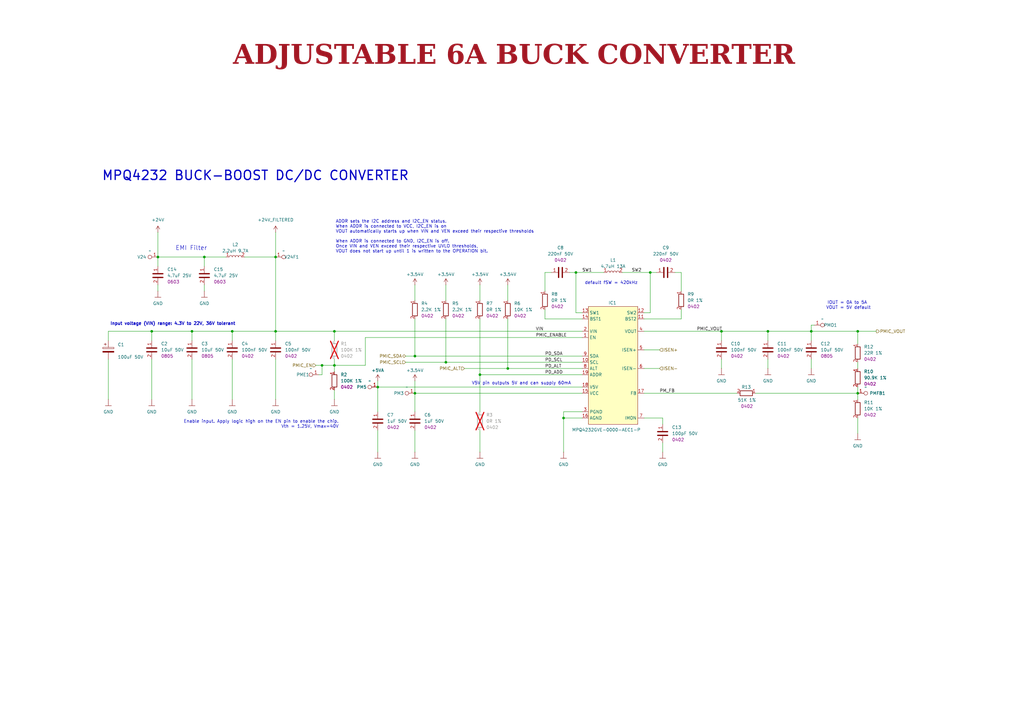
<source format=kicad_sch>
(kicad_sch (version 20250114) (generator "eeschema") (generator_version "9.0")
  (paper "A3")
  (title_block (title "Sheet Title A") (date "2025-01-12") (rev "1.0.0") (company "DvidMakesThings"))
  (lib_symbols
    (symbol "DS_Capacitor_0402:100nF 50V 0402"
      (property "Reference" "C" (at 3.81 2.032 0))
      (property "Value" "100nF 50V" (at 3.81 0 0))
      (property "FOOTPRINT_SHORT" "0402" (at 3.81 -2.032 0))
      (symbol "100nF 50V 0402_0_1"
        (polyline (pts (xy -2.032 0.762) (xy 2.032 0.762)) (stroke (width 0.508)))
        (polyline (pts (xy -2.032 -0.762) (xy 2.032 -0.762)) (stroke (width 0.508)))
      )
      (symbol "100nF 50V 0402_1_1"
        (pin passive line (at 0 3.81 270) (length 2.794) (name "~") (number "1"))
        (pin passive line (at 0 -3.81 90) (length 2.794) (name "~") (number "2"))
      )
    )
    (symbol "DS_Capacitor_0402:100pF 50V 0402"
      (property "Reference" "C" (at 3.81 2.032 0))
      (property "Value" "100pF 50V" (at 3.81 0 0))
      (property "FOOTPRINT_SHORT" "0402" (at 3.81 -2.032 0))
      (symbol "100pF 50V 0402_0_1"
        (polyline (pts (xy -2.032 0.762) (xy 2.032 0.762)) (stroke (width 0.508)))
        (polyline (pts (xy -2.032 -0.762) (xy 2.032 -0.762)) (stroke (width 0.508)))
      )
      (symbol "100pF 50V 0402_1_1"
        (pin passive line (at 0 3.81 270) (length 2.794) (name "~") (number "1"))
        (pin passive line (at 0 -3.81 90) (length 2.794) (name "~") (number "2"))
      )
    )
    (symbol "DS_Capacitor_0402:1uF 50V 0402"
      (property "Reference" "C" (at 3.81 2.032 0))
      (property "Value" "1uF 50V" (at 3.81 0 0))
      (property "FOOTPRINT_SHORT" "0402" (at 3.81 -2.032 0))
      (symbol "1uF 50V 0402_0_1"
        (polyline (pts (xy -2.032 0.762) (xy 2.032 0.762)) (stroke (width 0.508)))
        (polyline (pts (xy -2.032 -0.762) (xy 2.032 -0.762)) (stroke (width 0.508)))
      )
      (symbol "1uF 50V 0402_1_1"
        (pin passive line (at 0 3.81 270) (length 2.794) (name "~") (number "1"))
        (pin passive line (at 0 -3.81 90) (length 2.794) (name "~") (number "2"))
      )
    )
    (symbol "DS_Capacitor_0402:220nF 50V 0402"
      (property "Reference" "C" (at 3.81 2.032 0))
      (property "Value" "220nF 50V" (at 3.81 0 0))
      (property "FOOTPRINT_SHORT" "0402" (at 3.81 -2.032 0))
      (symbol "220nF 50V 0402_0_1"
        (polyline (pts (xy -2.032 0.762) (xy 2.032 0.762)) (stroke (width 0.508)))
        (polyline (pts (xy -2.032 -0.762) (xy 2.032 -0.762)) (stroke (width 0.508)))
      )
      (symbol "220nF 50V 0402_1_1"
        (pin passive line (at 0 3.81 270) (length 2.794) (name "~") (number "1"))
        (pin passive line (at 0 -3.81 90) (length 2.794) (name "~") (number "2"))
      )
    )
    (symbol "DS_Capacitor_0603:4.7uF 25V 0603"
      (property "Reference" "C" (at 3.81 2.032 0))
      (property "Value" "4.7uF 25V" (at 3.81 0 0))
      (property "FOOTPRINT_SHORT" "0603" (at 3.81 -2.032 0))
      (symbol "4.7uF 25V 0603_0_1"
        (polyline (pts (xy -2.032 0.762) (xy 2.032 0.762)) (stroke (width 0.508)))
        (polyline (pts (xy -2.032 -0.762) (xy 2.032 -0.762)) (stroke (width 0.508)))
      )
      (symbol "4.7uF 25V 0603_1_1"
        (pin passive line (at 0 3.81 270) (length 2.794) (name "~") (number "1"))
        (pin passive line (at 0 -3.81 90) (length 2.794) (name "~") (number "2"))
      )
    )
    (symbol "DS_Capacitor_0805:10uF 50V 0805"
      (property "Reference" "C" (at 3.81 2.032 0))
      (property "Value" "10uF 50V" (at 3.81 0 0))
      (property "FOOTPRINT_SHORT" "0805" (at 3.81 -2.032 0))
      (symbol "10uF 50V 0805_0_1"
        (polyline (pts (xy -2.032 0.762) (xy 2.032 0.762)) (stroke (width 0.508)))
        (polyline (pts (xy -2.032 -0.762) (xy 2.032 -0.762)) (stroke (width 0.508)))
      )
      (symbol "10uF 50V 0805_1_1"
        (pin passive line (at 0 3.81 270) (length 2.794) (name "~") (number "1"))
        (pin passive line (at 0 -3.81 90) (length 2.794) (name "~") (number "2"))
      )
    )
    (symbol "DS_Capacitor_ELKO:100uF 50V"
      (property "Reference" "C" (at 3.302 1.524 0))
      (property "Value" "100uF 50V" (at 3.556 -0.508 0))
      (symbol "100uF 50V_0_1"
        (rectangle (start -2.286 0.508) (end 2.286 1.016))
        (polyline (pts (xy -1.778 2.286) (xy -0.762 2.286)))
        (polyline (pts (xy -1.27 2.794) (xy -1.27 1.778)))
        (rectangle (start 2.286 -0.508) (end -2.286 -1.016) (fill (type outline)))
      )
      (symbol "100uF 50V_1_1"
        (pin passive line (at 0 3.81 270) (length 2.794) (name "~") (number "1"))
        (pin passive line (at 0 -3.81 90) (length 2.794) (name "~") (number "2"))
      )
    )
    (symbol "DS_Inductor:2.2uH 9.7A"
      (property "Reference" "L" (at 0 5.334 0))
      (property "Value" "2.2uH 9.7A" (at 0 3.048 0))
      (symbol "2.2uH 9.7A_0_1"
        (arc (start -2.54 0) (mid -1.905 0.6323) (end -1.27 0))
        (arc (start -1.27 0) (mid -0.635 0.6323) (end 0 0))
        (arc (start 0 0) (mid 0.635 0.6323) (end 1.27 0))
        (arc (start 1.27 0) (mid 1.905 0.6323) (end 2.54 0))
      )
      (symbol "2.2uH 9.7A_1_1"
        (pin passive line (at -3.81 0 0) (length 1.27) (name "") (number "1"))
        (pin passive line (at 3.81 0 180) (length 1.27) (name "") (number "2"))
      )
    )
    (symbol "DS_Inductor:4.7uH 13A"
      (property "Reference" "L" (at 0 5.334 0))
      (property "Value" "4.7uH 13A" (at 0 3.048 0))
      (symbol "4.7uH 13A_0_1"
        (arc (start -2.54 0) (mid -1.905 0.6323) (end -1.27 0))
        (arc (start -1.27 0) (mid -0.635 0.6323) (end 0 0))
        (arc (start 0 0) (mid 0.635 0.6323) (end 1.27 0))
        (arc (start 1.27 0) (mid 1.905 0.6323) (end 2.54 0))
      )
      (symbol "4.7uH 13A_1_1"
        (pin passive line (at -3.81 0 0) (length 1.27) (name "") (number "1"))
        (pin passive line (at 3.81 0 180) (length 1.27) (name "") (number "2"))
      )
    )
    (symbol "DS_Resistor_0402:0R 1% 0402"
      (property "Reference" "R" (at 2.032 2.032 0))
      (property "Value" "0R 1%" (at 2.032 0 0))
      (property "FOOTPRINT_SHORT" "0402" (at 2.032 -2.032 0))
      (symbol "0R 1% 0402_0_1"
        (rectangle (start -1.016 2.54) (end 1.016 -2.54) (stroke (width 0.254)))
      )
      (symbol "0R 1% 0402_1_1"
        (pin passive line (at 0 3.81 270) (length 1.27) (name "~") (number "1"))
        (pin passive line (at 0 -3.81 90) (length 1.27) (name "~") (number "2"))
      )
    )
    (symbol "DS_Resistor_0402:100K 1% 0402"
      (property "Reference" "R" (at 2.032 2.032 0))
      (property "Value" "100K 1%" (at 2.032 0 0))
      (property "FOOTPRINT_SHORT" "0402" (at 2.032 -2.032 0))
      (symbol "100K 1% 0402_0_1"
        (rectangle (start -1.016 2.54) (end 1.016 -2.54) (stroke (width 0.254)))
      )
      (symbol "100K 1% 0402_1_1"
        (pin passive line (at 0 3.81 270) (length 1.27) (name "~") (number "1"))
        (pin passive line (at 0 -3.81 90) (length 1.27) (name "~") (number "2"))
      )
    )
    (symbol "DS_Resistor_0402:10K 1% 0402"
      (property "Reference" "R" (at 2.032 2.032 0))
      (property "Value" "10K 1%" (at 2.032 0 0))
      (property "FOOTPRINT_SHORT" "0402" (at 2.032 -2.032 0))
      (symbol "10K 1% 0402_0_1"
        (rectangle (start -1.016 2.54) (end 1.016 -2.54) (stroke (width 0.254)))
      )
      (symbol "10K 1% 0402_1_1"
        (pin passive line (at 0 3.81 270) (length 1.27) (name "~") (number "1"))
        (pin passive line (at 0 -3.81 90) (length 1.27) (name "~") (number "2"))
      )
    )
    (symbol "DS_Resistor_0402:2.2K 1% 0402"
      (property "Reference" "R" (at 2.032 2.032 0))
      (property "Value" "2.2K 1%" (at 2.032 0 0))
      (property "FOOTPRINT_SHORT" "0402" (at 2.032 -2.032 0))
      (symbol "2.2K 1% 0402_0_1"
        (rectangle (start -1.016 2.54) (end 1.016 -2.54) (stroke (width 0.254)))
      )
      (symbol "2.2K 1% 0402_1_1"
        (pin passive line (at 0 3.81 270) (length 1.27) (name "~") (number "1"))
        (pin passive line (at 0 -3.81 90) (length 1.27) (name "~") (number "2"))
      )
    )
    (symbol "DS_Resistor_0402:22R 1% 0402"
      (property "Reference" "R" (at 2.032 2.032 0))
      (property "Value" "22R 1%" (at 2.032 0 0))
      (property "FOOTPRINT_SHORT" "0402" (at 2.032 -2.032 0))
      (symbol "22R 1% 0402_0_1"
        (rectangle (start -1.016 2.54) (end 1.016 -2.54) (stroke (width 0.254)))
      )
      (symbol "22R 1% 0402_1_1"
        (pin passive line (at 0 3.81 270) (length 1.27) (name "~") (number "1"))
        (pin passive line (at 0 -3.81 90) (length 1.27) (name "~") (number "2"))
      )
    )
    (symbol "DS_Resistor_0402:51K_1%"
      (property "Reference" "R" (at 2.032 2.032 0))
      (property "Value" "51K 1%" (at 2.032 0 0))
      (property "FOOTPRINT_SHORT" "0402" (at 2.032 -2.032 0))
      (symbol "51K_1%_0_1"
        (rectangle (start -1.016 2.54) (end 1.016 -2.54) (stroke (width 0.254)))
      )
      (symbol "51K_1%_1_1"
        (pin passive line (at 0 3.81 270) (length 1.27) (name "~") (number "1"))
        (pin passive line (at 0 -3.81 90) (length 1.27) (name "~") (number "2"))
      )
    )
    (symbol "DS_Resistor_0402:90.9K 1% 0402"
      (property "Reference" "R" (at 2.032 2.032 0))
      (property "Value" "90.9K 1%" (at 2.032 0 0))
      (property "FOOTPRINT_SHORT" "0402" (at 2.032 -2.032 0))
      (symbol "90.9K 1% 0402_0_1"
        (rectangle (start -1.016 2.54) (end 1.016 -2.54) (stroke (width 0.254)))
      )
      (symbol "90.9K 1% 0402_1_1"
        (pin passive line (at 0 3.81 270) (length 1.27) (name "~") (number "1"))
        (pin passive line (at 0 -3.81 90) (length 1.27) (name "~") (number "2"))
      )
    )
    (symbol "DS_Supply:GND" (power) (pin_numbers (hide yes)) (pin_names (offset 0) (hide yes))
      (property "Value" "GND" (at 0 -3.81 0))
      (symbol "GND_0_1"
        (polyline (pts (xy 0 0) (xy 0 -2.54) (xy 1.27 -2.54) (xy 0 -2.54) (xy -1.27 -2.54) (xy 0 -2.54)))
      )
      (symbol "GND_1_1"
        (pin power_in line (at 0 0 270) (length 0) (name "~") (number "1"))
      )
    )
    (symbol "DS_Test:Test_Point"
      (property "Reference" "TP" (at 0 4.064 0))
      (symbol "Test_Point_0_1"
        (circle (center 0 2.032) (radius 0.762))
      )
      (symbol "Test_Point_1_1"
        (pin passive line (at 0 -1.27 90) (length 2.54) (name "") (number "1"))
      )
    )
    (symbol "DS_Vreg:MPQ4232GVE-0000-AEC1-P"
      (property "Reference" "IC" (at -6.858 26.67 0))
      (property "Value" "MPQ4232GVE-0000-AEC1-P" (at -9.398 -24.892 0))
      (symbol "MPQ4232GVE-0000-AEC1-P_0_1"
        (rectangle (start -10.16 25.4) (end 10.16 -22.86) (fill (type background)))
      )
      (symbol "MPQ4232GVE-0000-AEC1-P_1_0"
        (pin input line (at -12.7 22.86 0) (length 2.54) (name "SW1") (number "13"))
        (pin input line (at -12.7 20.32 0) (length 2.54) (name "BST1") (number "14"))
        (pin power_in line (at -12.7 15.24 0) (length 2.54) (name "VIN") (number "2"))
        (pin input line (at -12.7 12.7 0) (length 2.54) (name "EN") (number "1"))
        (pin output line (at -12.7 5.08 0) (length 2.54) (name "SDA") (number "9"))
        (pin output line (at -12.7 2.54 0) (length 2.54) (name "SCL") (number "10"))
        (pin output line (at -12.7 0 0) (length 2.54) (name "ALT") (number "8"))
        (pin input line (at -12.7 -2.54 0) (length 2.54) (name "ADDR") (number "19"))
        (pin output line (at -12.7 -7.62 0) (length 2.54) (name "V5V") (number "18"))
        (pin output line (at -12.7 -10.16 0) (length 2.54) (name "VCC") (number "15"))
        (pin power_in line (at -12.7 -17.78 0) (length 2.54) (name "PGND") (number "3"))
        (pin power_in line (at -12.7 -20.32 0) (length 2.54) (name "AGND") (number "16"))
        (pin input line (at 12.7 22.86 180) (length 2.54) (name "SW2") (number "12"))
        (pin output line (at 12.7 20.32 180) (length 2.54) (name "BST2") (number "11"))
        (pin power_out line (at 12.7 15.24 180) (length 2.54) (name "VOUT") (number "4"))
        (pin input line (at 12.7 7.62 180) (length 2.54) (name "ISEN+") (number "5"))
        (pin input line (at 12.7 0 180) (length 2.54) (name "ISEN-") (number "6"))
        (pin input line (at 12.7 -10.16 180) (length 2.54) (name "FB") (number "17"))
        (pin input line (at 12.7 -20.32 180) (length 2.54) (name "IMON") (number "7"))
      )
    )
    (symbol "power:+24V" (power) (pin_numbers (hide yes)) (pin_names (offset 0) (hide yes))
      (property "Value" "+24V" (at 0 3.556 0))
      (symbol "+24V_0_1"
        (polyline (pts (xy -0.762 1.27) (xy 0 2.54)))
        (polyline (pts (xy 0 2.54) (xy 0.762 1.27)))
        (polyline (pts (xy 0 0) (xy 0 2.54)))
      )
      (symbol "+24V_1_1"
        (pin power_in line (at 0 0 90) (length 0) (name "~") (number "1"))
      )
    )
    (symbol "power:+3.3V" (power) (pin_numbers (hide yes)) (pin_names (offset 0) (hide yes))
      (property "Value" "+3.3V" (at 0 3.556 0))
      (symbol "+3.3V_0_1"
        (polyline (pts (xy -0.762 1.27) (xy 0 2.54)))
        (polyline (pts (xy 0 2.54) (xy 0.762 1.27)))
        (polyline (pts (xy 0 0) (xy 0 2.54)))
      )
      (symbol "+3.3V_1_1"
        (pin power_in line (at 0 0 90) (length 0) (name "~") (number "1"))
      )
    )
    (symbol "power:+5VA" (power) (pin_numbers (hide yes)) (pin_names (offset 0) (hide yes))
      (property "Value" "+5VA" (at 0 3.556 0))
      (symbol "+5VA_0_1"
        (polyline (pts (xy -0.762 1.27) (xy 0 2.54)))
        (polyline (pts (xy 0 2.54) (xy 0.762 1.27)))
        (polyline (pts (xy 0 0) (xy 0 2.54)))
      )
      (symbol "+5VA_1_1"
        (pin power_in line (at 0 0 90) (length 0) (name "~") (number "1"))
      )
    )
  )
  (text "V5V pin outputs 5V and can supply 60mA" (at 213.868 157.226 0) (effects (font (size 1.27 1.27) (thickness 0.1588))))
  (text "When ADDR is connected to GND, I2C_EN is off.\nOnce VIN and VEN exceed their respective UVLO thresholds, \nVOUT does not start up until 1 is written to the OPERATION bit.\n" (at 137.668 101.092 0) (effects (font (size 1.27 1.27) (thickness 0.1588)) (justify left)))
  (text "default fSW = 420kHz" (at 250.698 116.078 0) (effects (font (size 1.27 1.27) (thickness 0.1588))))
  (text "IOUT = 0A to 5A \nVOUT = 5V default" (at 347.98 125.222 0) (effects (font (size 1.27 1.27) (thickness 0.1588))))
  (text "EMI Filter" (at 78.486 101.854 0) (effects (font (size 1.778 1.778))))
  (text "ADDR sets the I2C address and I2C_EN status. \nWhen ADDR is connected to VCC, I2C_EN is on\nVOUT automatically starts up when VIN and VEN exceed their respective thresholds" (at 137.668 92.964 0) (effects (font (size 1.27 1.27) (thickness 0.1588)) (justify left)))
  (text "MPQ4232 BUCK-BOOST DC/DC CONVERTER" (at 41.656 72.136 0) (effects (font (size 3.81 3.81) (thickness 0.508) (bold yes)) (justify left)))
  (text "Input voltage (VIN) range: 4.3V to 22V, 36V tolerant " (at 71.374 132.842 0) (effects (font (size 1.27 1.27) (thickness 0.254) (bold yes))))
  (text "Enable input. Apply logic high on the EN pin to enable the chip.\nVth = 1.25V, Vmax=40V" (at 138.938 173.99 0) (effects (font (size 1.27 1.27)) (justify right)))
  (text_box "ADJUSTABLE 6A BUCK CONVERTER" (at 13.97 16.51 0) (size 393.7 12.7) (margins 4.4999 4.4999 4.4999 4.4999) (stroke (width -0.0001)) (effects (font (size 7.9756 7.9756) (thickness 1.2) (bold yes))))
  (junction (at 182.88 148.59))
  (junction (at 231.14 171.45))
  (junction (at 78.74 135.89))
  (junction (at 208.28 151.13))
  (junction (at 95.25 135.89))
  (junction (at 351.79 135.89))
  (junction (at 266.7 111.76))
  (junction (at 62.23 135.89))
  (junction (at 83.82 105.41))
  (junction (at 295.91 135.89))
  (junction (at 170.18 146.05))
  (junction (at 236.22 111.76))
  (junction (at 332.74 135.89))
  (junction (at 351.79 161.29))
  (junction (at 113.03 135.89))
  (junction (at 137.16 149.86))
  (junction (at 132.08 149.86))
  (junction (at 64.77 105.41))
  (junction (at 113.03 105.41))
  (junction (at 137.16 135.89))
  (junction (at 154.94 158.75))
  (junction (at 170.18 161.29))
  (junction (at 314.96 135.89))
  (junction (at 196.85 153.67))
  (wire (pts (xy 264.16 128.27) (xy 266.7 128.27)))
  (wire (pts (xy 266.7 128.27) (xy 266.7 111.76)))
  (wire (pts (xy 236.22 111.76) (xy 247.65 111.76)))
  (wire (pts (xy 196.85 153.67) (xy 196.85 168.91)))
  (wire (pts (xy 130.81 153.67) (xy 132.08 153.67)))
  (wire (pts (xy 264.16 161.29) (xy 302.26 161.29)))
  (wire (pts (xy 231.14 171.45) (xy 238.76 171.45)))
  (wire (pts (xy 78.74 163.83) (xy 78.74 147.32)))
  (wire (pts (xy 276.86 111.76) (xy 279.4 111.76)))
  (wire (pts (xy 271.78 171.45) (xy 271.78 173.99)))
  (wire (pts (xy 238.76 153.67) (xy 196.85 153.67)))
  (wire (pts (xy 154.94 158.75) (xy 238.76 158.75)))
  (wire (pts (xy 83.82 105.41) (xy 92.71 105.41)))
  (wire (pts (xy 295.91 135.89) (xy 295.91 139.7)))
  (wire (pts (xy 78.74 135.89) (xy 78.74 139.7)))
  (wire (pts (xy 351.79 135.89) (xy 351.79 140.97)))
  (wire (pts (xy 208.28 130.81) (xy 208.28 151.13)))
  (wire (pts (xy 196.85 185.42) (xy 196.85 176.53)))
  (wire (pts (xy 264.16 171.45) (xy 271.78 171.45)))
  (wire (pts (xy 170.18 161.29) (xy 170.18 168.91)))
  (wire (pts (xy 154.94 185.42) (xy 154.94 176.53)))
  (wire (pts (xy 334.01 133.35) (xy 332.74 133.35)))
  (wire (pts (xy 351.79 135.89) (xy 332.74 135.89)))
  (wire (pts (xy 170.18 161.29) (xy 238.76 161.29)))
  (wire (pts (xy 83.82 109.22) (xy 83.82 105.41)))
  (wire (pts (xy 238.76 138.43) (xy 149.86 138.43)))
  (wire (pts (xy 95.25 135.89) (xy 95.25 139.7)))
  (wire (pts (xy 132.08 149.86) (xy 137.16 149.86)))
  (wire (pts (xy 238.76 168.91) (xy 231.14 168.91)))
  (wire (pts (xy 100.33 105.41) (xy 113.03 105.41)))
  (wire (pts (xy 231.14 171.45) (xy 231.14 185.42)))
  (wire (pts (xy 64.77 105.41) (xy 64.77 109.22)))
  (wire (pts (xy 359.41 135.89) (xy 351.79 135.89)))
  (wire (pts (xy 113.03 105.41) (xy 113.03 135.89)))
  (wire (pts (xy 170.18 130.81) (xy 170.18 146.05)))
  (wire (pts (xy 264.16 130.81) (xy 279.4 130.81)))
  (wire (pts (xy 170.18 116.84) (xy 170.18 123.19)))
  (wire (pts (xy 236.22 111.76) (xy 233.68 111.76)))
  (wire (pts (xy 44.45 135.89) (xy 44.45 139.7)))
  (wire (pts (xy 95.25 135.89) (xy 78.74 135.89)))
  (wire (pts (xy 64.77 119.38) (xy 64.77 116.84)))
  (wire (pts (xy 166.37 146.05) (xy 170.18 146.05)))
  (wire (pts (xy 314.96 139.7) (xy 314.96 135.89)))
  (wire (pts (xy 196.85 116.84) (xy 196.85 123.19)))
  (wire (pts (xy 231.14 168.91) (xy 231.14 171.45)))
  (wire (pts (xy 226.06 111.76) (xy 223.52 111.76)))
  (wire (pts (xy 309.88 161.29) (xy 351.79 161.29)))
  (wire (pts (xy 351.79 151.13) (xy 351.79 148.59)))
  (wire (pts (xy 238.76 128.27) (xy 236.22 128.27)))
  (wire (pts (xy 208.28 151.13) (xy 238.76 151.13)))
  (wire (pts (xy 351.79 158.75) (xy 351.79 161.29)))
  (wire (pts (xy 295.91 151.13) (xy 295.91 147.32)))
  (wire (pts (xy 332.74 151.13) (xy 332.74 147.32)))
  (wire (pts (xy 78.74 135.89) (xy 62.23 135.89)))
  (wire (pts (xy 137.16 152.4) (xy 137.16 149.86)))
  (wire (pts (xy 182.88 148.59) (xy 238.76 148.59)))
  (wire (pts (xy 264.16 135.89) (xy 295.91 135.89)))
  (wire (pts (xy 182.88 130.81) (xy 182.88 148.59)))
  (wire (pts (xy 266.7 111.76) (xy 269.24 111.76)))
  (wire (pts (xy 149.86 138.43) (xy 149.86 149.86)))
  (wire (pts (xy 83.82 105.41) (xy 64.77 105.41)))
  (wire (pts (xy 113.03 135.89) (xy 95.25 135.89)))
  (wire (pts (xy 170.18 146.05) (xy 238.76 146.05)))
  (wire (pts (xy 62.23 163.83) (xy 62.23 147.32)))
  (wire (pts (xy 190.5 151.13) (xy 208.28 151.13)))
  (wire (pts (xy 238.76 135.89) (xy 137.16 135.89)))
  (wire (pts (xy 182.88 116.84) (xy 182.88 123.19)))
  (wire (pts (xy 279.4 111.76) (xy 279.4 119.38)))
  (wire (pts (xy 132.08 153.67) (xy 132.08 149.86)))
  (wire (pts (xy 137.16 163.83) (xy 137.16 160.02)))
  (wire (pts (xy 332.74 139.7) (xy 332.74 135.89)))
  (wire (pts (xy 95.25 163.83) (xy 95.25 147.32)))
  (wire (pts (xy 208.28 116.84) (xy 208.28 123.19)))
  (wire (pts (xy 170.18 156.21) (xy 170.18 161.29)))
  (wire (pts (xy 129.54 149.86) (xy 132.08 149.86)))
  (wire (pts (xy 44.45 163.83) (xy 44.45 147.32)))
  (wire (pts (xy 314.96 151.13) (xy 314.96 147.32)))
  (wire (pts (xy 264.16 143.51) (xy 270.51 143.51)))
  (wire (pts (xy 223.52 130.81) (xy 223.52 127)))
  (wire (pts (xy 113.03 95.25) (xy 113.03 105.41)))
  (wire (pts (xy 332.74 135.89) (xy 314.96 135.89)))
  (wire (pts (xy 255.27 111.76) (xy 266.7 111.76)))
  (wire (pts (xy 149.86 149.86) (xy 137.16 149.86)))
  (wire (pts (xy 196.85 130.81) (xy 196.85 153.67)))
  (wire (pts (xy 170.18 185.42) (xy 170.18 176.53)))
  (wire (pts (xy 113.03 135.89) (xy 137.16 135.89)))
  (wire (pts (xy 236.22 128.27) (xy 236.22 111.76)))
  (wire (pts (xy 223.52 111.76) (xy 223.52 119.38)))
  (wire (pts (xy 351.79 177.8) (xy 351.79 171.45)))
  (wire (pts (xy 351.79 161.29) (xy 351.79 163.83)))
  (wire (pts (xy 62.23 135.89) (xy 44.45 135.89)))
  (wire (pts (xy 64.77 95.25) (xy 64.77 105.41)))
  (wire (pts (xy 113.03 135.89) (xy 113.03 139.7)))
  (wire (pts (xy 238.76 130.81) (xy 223.52 130.81)))
  (wire (pts (xy 279.4 130.81) (xy 279.4 127)))
  (wire (pts (xy 62.23 135.89) (xy 62.23 139.7)))
  (wire (pts (xy 154.94 158.75) (xy 154.94 168.91)))
  (wire (pts (xy 137.16 135.89) (xy 137.16 139.7)))
  (wire (pts (xy 271.78 185.42) (xy 271.78 181.61)))
  (wire (pts (xy 264.16 151.13) (xy 270.51 151.13)))
  (wire (pts (xy 166.37 148.59) (xy 182.88 148.59)))
  (wire (pts (xy 314.96 135.89) (xy 295.91 135.89)))
  (wire (pts (xy 137.16 149.86) (xy 137.16 147.32)))
  (wire (pts (xy 154.94 156.21) (xy 154.94 158.75)))
  (wire (pts (xy 83.82 119.38) (xy 83.82 116.84)))
  (wire (pts (xy 113.03 163.83) (xy 113.03 147.32)))
  (wire (pts (xy 332.74 133.35) (xy 332.74 135.89)))
  (label "PD_SDA" (at 223.52 146.05 0))
  (label "PD_ADD" (at 223.52 153.67 0))
  (label "PMIC_VOUT" (at 285.75 135.89 0))
  (label "SW1" (at 238.76 111.76 0))
  (label "PD_SCL" (at 223.52 148.59 0))
  (label "PD_ALT" (at 223.52 151.13 0))
  (label "VIN" (at 219.71 135.89 0))
  (label "SW2" (at 259.08 111.76 0))
  (label "PMIC_ENABLE" (at 219.71 138.43 0))
  (label "PM_FB" (at 270.51 161.29 0))
  (hierarchical_label "PMIC_VOUT" (shape output) (at 359.41 135.89 0))
  (hierarchical_label "PMIC_SDA" (shape bidirectional) (at 166.37 146.05 180))
  (hierarchical_label "PMIC_EN" (shape input) (at 129.54 149.86 180))
  (hierarchical_label "ISEN+" (shape input) (at 270.51 143.51 0))
  (hierarchical_label "PMIC_SCL" (shape input) (at 166.37 148.59 180))
  (hierarchical_label "ISEN-" (shape input) (at 270.51 151.13 0))
  (hierarchical_label "PMIC_ALT" (shape input) (at 190.5 151.13 180))
  (symbol (lib_id "power:+3.3V") (at 196.85 116.84 0) (unit 1)
    (property "Reference" "#PWR013" (effects (hide yes)))
    (property "Value" "+3.54V" (at 196.85 112.522 0))
    (property "Description" "Power symbol creates a global label with name \"+3.3V\"" (effects (hide yes)))
  )
  (symbol (lib_id "DS_Test:Test_Point") (at 129.54 153.67 90) (unit 1)
    (property "Reference" "PME1" (at 124.206 153.67 90))
    (property "Value" "~" (at 127.508 151.13 90))
    (property "Footprint" "DS_Test:TestPoint_0.6mm" (effects (hide yes)))
  )
  (symbol (lib_id "DS_Capacitor_0603:4.7uF 25V 0603") (at 64.77 113.03 0) (unit 1)
    (property "Reference" "C14" (at 68.58 110.4899 0) (effects (justify left)))
    (property "Value" "4.7uF 25V" (at 68.58 113.0299 0) (effects (justify left)))
    (property "Footprint" "Capacitor_SMD:C_0603_1608Metric" (effects (hide yes)))
    (property "Description" "25V 4.7uF X5R ±10% 0603 Multilayer Ceramic Capacitors MLCC - SMD/SMT ROHS" (effects (hide yes)))
    (property "FOOTPRINT_SHORT" "0603" (at 68.58 115.5699 0) (effects (justify left)))
    (property "ROHS" "YES" (effects (hide yes)))
    (property "LCSC_PART" "C69335" (effects (hide yes)))
  )
  (symbol (lib_id "power:+3.3V") (at 208.28 116.84 0) (unit 1)
    (property "Reference" "#PWR014" (effects (hide yes)))
    (property "Value" "+3.54V" (at 208.28 112.522 0))
    (property "Description" "Power symbol creates a global label with name \"+3.3V\"" (effects (hide yes)))
  )
  (symbol (lib_id "power:+3.3V") (at 170.18 156.21 0) (unit 1)
    (property "Reference" "#PWR01" (effects (hide yes)))
    (property "Value" "+3.54V" (at 170.18 151.892 0))
    (property "Description" "Power symbol creates a global label with name \"+3.3V\"" (effects (hide yes)))
  )
  (symbol (lib_id "DS_Supply:GND") (at 196.85 185.42 0) (unit 1)
    (property "Reference" "#PWR012" (effects (hide yes)))
    (property "Value" "GND" (at 196.85 190.5 0))
    (property "Description" "Power symbol creates a global label with name \"GND\" , ground" (effects (hide yes)))
  )
  (symbol (lib_id "DS_Resistor_0402:0R 1% 0402") (at 196.85 127 0) (unit 1)
    (property "Reference" "R7" (at 199.39 124.4599 0) (effects (justify left)))
    (property "Value" "0R 1%" (at 199.39 126.9999 0) (effects (justify left)))
    (property "Footprint" "Resistor_SMD:R_0402_1005Metric" (effects (hide yes)))
    (property "Description" "62.5mW Thick Film Resistors 50V ±800ppm/℃ ±1% 0Ω 0402 Chip Resistor - Surface Mount ROHS" (effects (hide yes)))
    (property "LCSC_PART" "C17168" (effects (hide yes)))
    (property "ROHS" "YES" (effects (hide yes)))
    (property "FOOTPRINT_SHORT" "0402" (at 199.39 129.5399 0) (effects (justify left)))
    (property "MFR" "YAGEO" (effects (hide yes)))
  )
  (symbol (lib_id "DS_Resistor_0402:2.2K 1% 0402") (at 170.18 127 0) (unit 1)
    (property "Reference" "R4" (at 172.72 124.4599 0) (effects (justify left)))
    (property "Value" "2.2K 1%" (at 172.72 126.9999 0) (effects (justify left)))
    (property "Footprint" "Resistor_SMD:R_0402_1005Metric" (effects (hide yes)))
    (property "Description" "62.5mW Thick Film Resistors 50V ±100ppm/℃ ±1% 2.2kΩ 0402 Chip Resistor - Surface Mount ROHS" (effects (hide yes)))
    (property "LCSC_PART" "C25879" (effects (hide yes)))
    (property "ROHS" "YES" (effects (hide yes)))
    (property "FOOTPRINT_SHORT" "0402" (at 172.72 129.5399 0) (effects (justify left)))
  )
  (symbol (lib_id "DS_Supply:GND") (at 332.74 151.13 0) (unit 1)
    (property "Reference" "#PWR019" (effects (hide yes)))
    (property "Value" "GND" (at 332.74 156.21 0))
    (property "Description" "Power symbol creates a global label with name \"GND\" , ground" (effects (hide yes)))
  )
  (symbol (lib_id "DS_Capacitor_0402:220nF 50V 0402") (at 229.87 111.76 90) (unit 1)
    (property "Reference" "C8" (at 229.87 101.6 90))
    (property "Value" "220nF 50V" (at 229.87 104.14 90))
    (property "Footprint" "Capacitor_SMD:C_0402_1005Metric" (effects (hide yes)))
    (property "Description" "50V 220nF X5R ±10% 0402 Multilayer Ceramic Capacitors MLCC - SMD/SMT ROHS" (effects (hide yes)))
    (property "FOOTPRINT_SHORT" "0402" (at 229.87 106.68 90))
    (property "ROHS" "YES" (effects (hide yes)))
    (property "LCSC_PART" "C5159775" (effects (hide yes)))
  )
  (symbol (lib_id "DS_Capacitor_0402:220nF 50V 0402") (at 273.05 111.76 90) (unit 1)
    (property "Reference" "C9" (at 273.05 101.6 90))
    (property "Value" "220nF 50V" (at 273.05 104.14 90))
    (property "Footprint" "Capacitor_SMD:C_0402_1005Metric" (effects (hide yes)))
    (property "Description" "50V 220nF X5R ±10% 0402 Multilayer Ceramic Capacitors MLCC - SMD/SMT ROHS" (effects (hide yes)))
    (property "FOOTPRINT_SHORT" "0402" (at 273.05 106.68 90))
    (property "ROHS" "YES" (effects (hide yes)))
    (property "LCSC_PART" "C5159775" (effects (hide yes)))
  )
  (symbol (lib_id "DS_Capacitor_0402:100nF 50V 0402") (at 314.96 143.51 0) (unit 1)
    (property "Reference" "C11" (at 318.77 140.9699 0) (effects (justify left)))
    (property "Value" "100nF 50V" (at 318.77 143.5099 0) (effects (justify left)))
    (property "Footprint" "Capacitor_SMD:C_0402_1005Metric" (effects (hide yes)))
    (property "Description" "50V 100nF X7R ±10% 0402 Multilayer Ceramic Capacitors MLCC - SMD/SMT ROHS" (effects (hide yes)))
    (property "FOOTPRINT_SHORT" "0402" (at 318.77 146.0499 0) (effects (justify left)))
    (property "ROHS" "YES" (effects (hide yes)))
    (property "LCSC_PART" "C307331" (effects (hide yes)))
  )
  (symbol (lib_id "DS_Resistor_0402:90.9K 1% 0402") (at 351.79 154.94 0) (unit 1)
    (property "Reference" "R10" (at 354.33 152.3999 0) (effects (justify left)))
    (property "Value" "90.9K 1%" (at 354.33 154.9399 0) (effects (justify left)))
    (property "Footprint" "Resistor_SMD:R_0402_1005Metric" (effects (hide yes)))
    (property "Datasheet" "https://jlcpcb.com/api/file/downloadByFileSystemAccessId/8588907086897537024" (effects (hide yes)))
    (property "Description" "90.9kΩ Thick Film Resistor ±1% ±100ppm/°C 0402 Chip Resistor - Surface Mount ROHS" (effects (hide yes)))
    (property "LCSC_PART" "C163452" (effects (hide yes)))
    (property "ROHS" "YES" (effects (hide yes)))
    (property "FOOTPRINT_SHORT" "0402" (at 354.33 157.4799 0) (effects (justify left)))
    (property "MFR" "YAGEO" (effects (hide yes)))
    (property "MPN" "RC0402FR-0790K9L" (effects (hide yes)))
  )
  (symbol (lib_id "DS_Capacitor_0402:1uF 50V 0402") (at 170.18 172.72 0) (unit 1)
    (property "Reference" "C6" (at 173.99 170.1799 0) (effects (justify left)))
    (property "Value" "1uF 50V" (at 173.99 172.7199 0) (effects (justify left)))
    (property "Footprint" "Capacitor_SMD:C_0402_1005Metric" (effects (hide yes)))
    (property "Description" "50V 1uF X5R ±10% 0402 Multilayer Ceramic Capacitors MLCC - SMD/SMT ROHS" (effects (hide yes)))
    (property "FOOTPRINT_SHORT" "0402" (at 173.99 175.2599 0) (effects (justify left)))
    (property "ROHS" "YES" (effects (hide yes)))
    (property "LCSC_PART" "C1518208" (effects (hide yes)))
  )
  (symbol (lib_id "DS_Capacitor_0603:4.7uF 25V 0603") (at 83.82 113.03 0) (unit 1)
    (property "Reference" "C15" (at 87.63 110.4899 0) (effects (justify left)))
    (property "Value" "4.7uF 25V" (at 87.63 113.0299 0) (effects (justify left)))
    (property "Footprint" "Capacitor_SMD:C_0603_1608Metric" (effects (hide yes)))
    (property "Description" "25V 4.7uF X5R ±10% 0603 Multilayer Ceramic Capacitors MLCC - SMD/SMT ROHS" (effects (hide yes)))
    (property "FOOTPRINT_SHORT" "0603" (at 87.63 115.5699 0) (effects (justify left)))
    (property "ROHS" "YES" (effects (hide yes)))
    (property "LCSC_PART" "C69335" (effects (hide yes)))
  )
  (symbol (lib_id "DS_Supply:GND") (at 113.03 163.83 0) (unit 1)
    (property "Reference" "#PWR07" (effects (hide yes)))
    (property "Value" "GND" (at 113.03 168.91 0))
    (property "Description" "Power symbol creates a global label with name \"GND\" , ground" (effects (hide yes)))
  )
  (symbol (lib_id "DS_Capacitor_0402:100pF 50V 0402") (at 271.78 177.8 0) (unit 1)
    (property "Reference" "C13" (at 275.59 175.2599 0) (effects (justify left)))
    (property "Value" "100pF 50V" (at 275.59 177.7999 0) (effects (justify left)))
    (property "Footprint" "Capacitor_SMD:C_0402_1005Metric" (effects (hide yes)))
    (property "Datasheet" "https://jlcpcb.com/api/file/downloadByFileSystemAccessId/8588894399938248704" (effects (hide yes)))
    (property "Description" "100pF 50V X7R ±10% 0402 Multilayer Ceramic Capacitors MLCC - SMD/SMT ROHS" (effects (hide yes)))
    (property "FOOTPRINT_SHORT" "0402" (at 275.59 180.3399 0) (effects (justify left)))
    (property "ROHS" "YES" (effects (hide yes)))
    (property "LCSC_PART" "C281751" (effects (hide yes)))
    (property "MFR" "YAGEO" (effects (hide yes)))
    (property "MPN" "CC0402KRX7R9BB101" (effects (hide yes)))
  )
  (symbol (lib_id "DS_Resistor_0402:0R 1% 0402") (at 223.52 123.19 0) (unit 1)
    (property "Reference" "R8" (at 226.06 120.6499 0) (effects (justify left)))
    (property "Value" "0R 1%" (at 226.06 123.1899 0) (effects (justify left)))
    (property "Footprint" "Resistor_SMD:R_0402_1005Metric" (effects (hide yes)))
    (property "Description" "62.5mW Thick Film Resistors 50V ±800ppm/℃ ±1% 0Ω 0402 Chip Resistor - Surface Mount ROHS" (effects (hide yes)))
    (property "LCSC_PART" "C17168" (effects (hide yes)))
    (property "ROHS" "YES" (effects (hide yes)))
    (property "FOOTPRINT_SHORT" "0402" (at 226.06 125.7299 0) (effects (justify left)))
    (property "MFR" "YAGEO" (effects (hide yes)))
  )
  (symbol (lib_id "DS_Supply:GND") (at 137.16 163.83 0) (unit 1)
    (property "Reference" "#PWR06" (effects (hide yes)))
    (property "Value" "GND" (at 137.16 168.91 0))
    (property "Description" "Power symbol creates a global label with name \"GND\" , ground" (effects (hide yes)))
  )
  (symbol (lib_id "DS_Capacitor_0805:10uF 50V 0805") (at 78.74 143.51 0) (unit 1)
    (property "Reference" "C3" (at 82.55 140.9699 0) (effects (justify left)))
    (property "Value" "10uF 50V" (at 82.55 143.5099 0) (effects (justify left)))
    (property "Footprint" "Capacitor_SMD:C_0805_2012Metric" (effects (hide yes)))
    (property "Description" "50V 10uF X5R ±10% 0805 Multilayer Ceramic Capacitors MLCC - SMD/SMT ROHS" (effects (hide yes)))
    (property "FOOTPRINT_SHORT" "0805" (at 82.55 146.0499 0) (effects (justify left)))
    (property "ROHS" "YES" (effects (hide yes)))
    (property "LCSC_PART" "C440198" (effects (hide yes)))
  )
  (symbol (lib_id "DS_Test:Test_Point") (at 335.28 133.35 270) (mirror x) (unit 1)
    (property "Reference" "PMO1" (at 340.614 133.35 90))
    (property "Value" "~" (at 337.312 130.81 90))
    (property "Footprint" "DS_Test:TestPoint_0.6mm" (effects (hide yes)))
  )
  (symbol (lib_id "DS_Supply:GND") (at 295.91 151.13 0) (unit 1)
    (property "Reference" "#PWR017" (effects (hide yes)))
    (property "Value" "GND" (at 295.91 156.21 0))
    (property "Description" "Power symbol creates a global label with name \"GND\" , ground" (effects (hide yes)))
  )
  (symbol (lib_id "DS_Supply:GND") (at 314.96 151.13 0) (unit 1)
    (property "Reference" "#PWR018" (effects (hide yes)))
    (property "Value" "GND" (at 314.96 156.21 0))
    (property "Description" "Power symbol creates a global label with name \"GND\" , ground" (effects (hide yes)))
  )
  (symbol (lib_id "DS_Resistor_0402:0R 1% 0402") (at 279.4 123.19 0) (unit 1)
    (property "Reference" "R9" (at 281.94 120.6499 0) (effects (justify left)))
    (property "Value" "0R 1%" (at 281.94 123.1899 0) (effects (justify left)))
    (property "Footprint" "Resistor_SMD:R_0402_1005Metric" (effects (hide yes)))
    (property "Description" "62.5mW Thick Film Resistors 50V ±800ppm/℃ ±1% 0Ω 0402 Chip Resistor - Surface Mount ROHS" (effects (hide yes)))
    (property "LCSC_PART" "C17168" (effects (hide yes)))
    (property "ROHS" "YES" (effects (hide yes)))
    (property "FOOTPRINT_SHORT" "0402" (at 281.94 125.7299 0) (effects (justify left)))
    (property "MFR" "YAGEO" (effects (hide yes)))
  )
  (symbol (lib_id "DS_Test:Test_Point") (at 168.91 161.29 90) (unit 1)
    (property "Reference" "PM3" (at 163.576 161.29 90))
    (property "Value" "~" (at 166.878 158.75 90))
    (property "Footprint" "DS_Test:TestPoint_0.6mm" (effects (hide yes)))
  )
  (symbol (lib_id "DS_Test:Test_Point") (at 114.3 105.41 270) (mirror x) (unit 1)
    (property "Reference" "V24F1" (at 119.634 105.41 90))
    (property "Value" "~" (at 116.332 102.87 90))
    (property "Footprint" "DS_Test:TestPoint_0.6mm" (effects (hide yes)))
  )
  (symbol (lib_id "DS_Resistor_0402:2.2K 1% 0402") (at 182.88 127 0) (unit 1)
    (property "Reference" "R5" (at 185.42 124.4599 0) (effects (justify left)))
    (property "Value" "2.2K 1%" (at 185.42 126.9999 0) (effects (justify left)))
    (property "Footprint" "Resistor_SMD:R_0402_1005Metric" (effects (hide yes)))
    (property "Description" "62.5mW Thick Film Resistors 50V ±100ppm/℃ ±1% 2.2kΩ 0402 Chip Resistor - Surface Mount ROHS" (effects (hide yes)))
    (property "LCSC_PART" "C25879" (effects (hide yes)))
    (property "ROHS" "YES" (effects (hide yes)))
    (property "FOOTPRINT_SHORT" "0402" (at 185.42 129.5399 0) (effects (justify left)))
  )
  (symbol (lib_id "DS_Supply:GND") (at 62.23 163.83 0) (unit 1)
    (property "Reference" "#PWR010" (effects (hide yes)))
    (property "Value" "GND" (at 62.23 168.91 0))
    (property "Description" "Power symbol creates a global label with name \"GND\" , ground" (effects (hide yes)))
  )
  (symbol (lib_id "DS_Supply:GND") (at 271.78 185.42 0) (unit 1)
    (property "Reference" "#PWR021" (effects (hide yes)))
    (property "Value" "GND" (at 271.78 190.5 0))
    (property "Description" "Power symbol creates a global label with name \"GND\" , ground" (effects (hide yes)))
  )
  (symbol (lib_id "DS_Supply:GND") (at 78.74 163.83 0) (unit 1)
    (property "Reference" "#PWR09" (effects (hide yes)))
    (property "Value" "GND" (at 78.74 168.91 0))
    (property "Description" "Power symbol creates a global label with name \"GND\" , ground" (effects (hide yes)))
  )
  (symbol (lib_id "power:+24V") (at 113.03 95.25 0) (unit 1)
    (property "Reference" "#PWR030" (effects (hide yes)))
    (property "Value" "+24V_FILTERED" (at 113.03 90.17 0))
    (property "Description" "Power symbol creates a global label with name \"+24V\"" (effects (hide yes)))
  )
  (symbol (lib_id "DS_Capacitor_0402:100nF 50V 0402") (at 113.03 143.51 0) (unit 1)
    (property "Reference" "C5" (at 116.84 140.9699 0) (effects (justify left)))
    (property "Value" "100nF 50V" (at 116.84 143.5099 0) (effects (justify left)))
    (property "Footprint" "Capacitor_SMD:C_0402_1005Metric" (effects (hide yes)))
    (property "Description" "50V 100nF X7R ±10% 0402 Multilayer Ceramic Capacitors MLCC - SMD/SMT ROHS" (effects (hide yes)))
    (property "FOOTPRINT_SHORT" "0402" (at 116.84 146.0499 0) (effects (justify left)))
    (property "ROHS" "YES" (effects (hide yes)))
    (property "LCSC_PART" "C307331" (effects (hide yes)))
  )
  (symbol (lib_id "DS_Resistor_0402:10K 1% 0402") (at 351.79 167.64 0) (unit 1)
    (property "Reference" "R11" (at 354.33 165.0999 0) (effects (justify left)))
    (property "Value" "10K 1%" (at 354.33 167.6399 0) (effects (justify left)))
    (property "Footprint" "Resistor_SMD:R_0402_1005Metric" (effects (hide yes)))
    (property "Description" "62.5mW Thick Film Resistors 50V ±100ppm/℃ ±1% 10kΩ 0402 Chip Resistor - Surface Mount ROHS" (effects (hide yes)))
    (property "LCSC_PART" "C25744" (effects (hide yes)))
    (property "ROHS" "YES" (effects (hide yes)))
    (property "FOOTPRINT_SHORT" "0402" (at 354.33 170.1799 0) (effects (justify left)))
    (property "MFR" "ROHM" (effects (hide yes)))
  )
  (symbol (lib_id "DS_Resistor_0402:0R 1% 0402") (at 196.85 172.72 0) (unit 1) (in_bom no) (dnp yes)
    (property "Reference" "R3" (at 199.39 170.1799 0) (effects (justify left)))
    (property "Value" "0R 1%" (at 199.39 172.7199 0) (effects (justify left)))
    (property "Footprint" "Resistor_SMD:R_0402_1005Metric" (effects (hide yes)))
    (property "Description" "62.5mW Thick Film Resistors 50V ±800ppm/℃ ±1% 0Ω 0402 Chip Resistor - Surface Mount ROHS" (effects (hide yes)))
    (property "LCSC_PART" "C17168" (effects (hide yes)))
    (property "ROHS" "YES" (effects (hide yes)))
    (property "FOOTPRINT_SHORT" "0402" (at 199.39 175.2599 0) (effects (justify left)))
    (property "MFR" "YAGEO" (effects (hide yes)))
  )
  (symbol (lib_id "DS_Supply:GND") (at 170.18 185.42 0) (unit 1)
    (property "Reference" "#PWR04" (effects (hide yes)))
    (property "Value" "GND" (at 170.18 190.5 0))
    (property "Description" "Power symbol creates a global label with name \"GND\" , ground" (effects (hide yes)))
  )
  (symbol (lib_id "DS_Test:Test_Point") (at 153.67 158.75 90) (unit 1)
    (property "Reference" "PM5" (at 148.336 158.75 90))
    (property "Value" "~" (at 151.638 156.21 90))
    (property "Footprint" "DS_Test:TestPoint_0.6mm" (effects (hide yes)))
  )
  (symbol (lib_id "DS_Inductor:4.7uH 13A") (at 251.46 111.76 0) (unit 1)
    (property "Reference" "L1" (at 251.46 106.68 0))
    (property "Value" "4.7uH 13A" (at 251.46 109.22 0))
    (property "Footprint" "DS_Inductor:7443551470" (effects (hide yes)))
    (property "Datasheet" "https://www.we-online.com/components/products/datasheet/7443551470.pdf" (effects (hide yes)))
    (property "Description" "4.7 µH Shielded Wirewound Inductor 13 A 7mOhm Nonstandard" (effects (hide yes)))
    (property "LCSC_PART" "C1331156" (effects (hide yes)))
    (property "ROHS" "YES" (effects (hide yes)))
    (property "MPN" "7443551470" (effects (hide yes)))
    (property "MFR" "Würth Elektronik" (effects (hide yes)))
    (property "DIST1" "https://www.digikey.com/en/products/detail/w%C3%BCrth-elektronik/7443551470/1638533" (effects (hide yes)))
  )
  (symbol (lib_id "DS_Capacitor_0805:10uF 50V 0805") (at 332.74 143.51 0) (unit 1)
    (property "Reference" "C12" (at 336.55 140.9699 0) (effects (justify left)))
    (property "Value" "10uF 50V" (at 336.55 143.5099 0) (effects (justify left)))
    (property "Footprint" "Capacitor_SMD:C_0805_2012Metric" (effects (hide yes)))
    (property "Description" "50V 10uF X5R ±10% 0805 Multilayer Ceramic Capacitors MLCC - SMD/SMT ROHS" (effects (hide yes)))
    (property "FOOTPRINT_SHORT" "0805" (at 336.55 146.0499 0) (effects (justify left)))
    (property "ROHS" "YES" (effects (hide yes)))
    (property "LCSC_PART" "C440198" (effects (hide yes)))
  )
  (symbol (lib_id "DS_Test:Test_Point") (at 353.06 161.29 270) (mirror x) (unit 1)
    (property "Reference" "PMFB1" (at 359.918 161.29 90))
    (property "Value" "~" (at 355.092 158.75 90))
    (property "Footprint" "DS_Test:TestPoint_0.6mm" (effects (hide yes)))
  )
  (symbol (lib_id "power:+24V") (at 64.77 95.25 0) (unit 1)
    (property "Reference" "#PWR025" (effects (hide yes)))
    (property "Value" "+24V" (at 64.77 90.17 0))
    (property "Description" "Power symbol creates a global label with name \"+24V\"" (effects (hide yes)))
  )
  (symbol (lib_id "DS_Capacitor_0402:100nF 50V 0402") (at 95.25 143.51 0) (unit 1)
    (property "Reference" "C4" (at 99.06 140.9699 0) (effects (justify left)))
    (property "Value" "100nF 50V" (at 99.06 143.5099 0) (effects (justify left)))
    (property "Footprint" "Capacitor_SMD:C_0402_1005Metric" (effects (hide yes)))
    (property "Description" "50V 100nF X7R ±10% 0402 Multilayer Ceramic Capacitors MLCC - SMD/SMT ROHS" (effects (hide yes)))
    (property "FOOTPRINT_SHORT" "0402" (at 99.06 146.0499 0) (effects (justify left)))
    (property "ROHS" "YES" (effects (hide yes)))
    (property "LCSC_PART" "C307331" (effects (hide yes)))
  )
  (symbol (lib_id "DS_Capacitor_0805:10uF 50V 0805") (at 62.23 143.51 0) (unit 1)
    (property "Reference" "C2" (at 66.04 140.9699 0) (effects (justify left)))
    (property "Value" "10uF 50V" (at 66.04 143.5099 0) (effects (justify left)))
    (property "Footprint" "Capacitor_SMD:C_0805_2012Metric" (effects (hide yes)))
    (property "Description" "50V 10uF X5R ±10% 0805 Multilayer Ceramic Capacitors MLCC - SMD/SMT ROHS" (effects (hide yes)))
    (property "FOOTPRINT_SHORT" "0805" (at 66.04 146.0499 0) (effects (justify left)))
    (property "ROHS" "YES" (effects (hide yes)))
    (property "LCSC_PART" "C440198" (effects (hide yes)))
  )
  (symbol (lib_id "DS_Supply:GND") (at 95.25 163.83 0) (unit 1)
    (property "Reference" "#PWR08" (effects (hide yes)))
    (property "Value" "GND" (at 95.25 168.91 0))
    (property "Description" "Power symbol creates a global label with name \"GND\" , ground" (effects (hide yes)))
  )
  (symbol (lib_id "DS_Supply:GND") (at 351.79 177.8 0) (unit 1)
    (property "Reference" "#PWR020" (effects (hide yes)))
    (property "Value" "GND" (at 351.79 182.88 0))
    (property "Description" "Power symbol creates a global label with name \"GND\" , ground" (effects (hide yes)))
  )
  (symbol (lib_id "DS_Supply:GND") (at 83.82 119.38 0) (unit 1)
    (property "Reference" "#PWR024" (effects (hide yes)))
    (property "Value" "GND" (at 83.82 124.46 0))
    (property "Description" "Power symbol creates a global label with name \"GND\" , ground" (effects (hide yes)))
  )
  (symbol (lib_id "DS_Supply:GND") (at 231.14 185.42 0) (unit 1)
    (property "Reference" "#PWR03" (effects (hide yes)))
    (property "Value" "GND" (at 231.14 190.5 0))
    (property "Description" "Power symbol creates a global label with name \"GND\" , ground" (effects (hide yes)))
  )
  (symbol (lib_id "power:+3.3V") (at 182.88 116.84 0) (unit 1)
    (property "Reference" "#PWR015" (effects (hide yes)))
    (property "Value" "+3.54V" (at 182.88 112.522 0))
    (property "Description" "Power symbol creates a global label with name \"+3.3V\"" (effects (hide yes)))
  )
  (symbol (lib_id "DS_Inductor:2.2uH 9.7A") (at 96.52 105.41 0) (unit 1)
    (property "Reference" "L2" (at 96.52 100.33 0))
    (property "Value" "2.2uH 9.7A" (at 96.52 102.87 0))
    (property "Footprint" "DS_Inductor:5.5x5.3mm_XAL5030-222MEC" (effects (hide yes)))
    (property "Datasheet" "https://www.coilcraft.com/getmedia/49bc46c8-4b2c-45b9-9b6c-2eaa235ea698/xal50xx.pdf" (effects (hide yes)))
    (property "Description" "2.2 µH Shielded Molded Inductor 9.7 A 14.5mOhm Max Nonstandard" (effects (hide yes)))
    (property "LCSC_PART" "C920280" (effects (hide yes)))
    (property "ROHS" "YES" (effects (hide yes)))
    (property "MPN" "XAL5030-222MEC" (effects (hide yes)))
    (property "MFR" "Coilcraft" (effects (hide yes)))
    (property "DIST1" "https://www.digikey.com/en/products/detail/coilcraft/XAL5030-222MEC/21381340?s=N4IgTCBcDaIBoEEAyBWADAZgARoLRgIFkBREAXQF8g" (effects (hide yes)))
  )
  (symbol (lib_id "DS_Resistor_0402:51K_1%") (at 306.07 161.29 270) (mirror x) (unit 1)
    (property "Reference" "R13" (at 306.07 158.75 90))
    (property "Value" "51K 1%" (at 306.324 164.084 90))
    (property "Footprint" "Resistor_SMD:R_0402_1005Metric" (effects (hide yes)))
    (property "Description" "-55℃~+155℃ 50V 51kΩ 62.5mW Thick Film Resistor ±1% ±100ppm/℃ 0402 Chip Resistor - Surface Mount ROHS" (effects (hide yes)))
    (property "LCSC_PART" "C25794" (effects (hide yes)))
    (property "ROHS" "YES" (effects (hide yes)))
    (property "FOOTPRINT_SHORT" "0402" (at 306.324 166.624 90))
  )
  (symbol (lib_id "DS_Resistor_0402:100K 1% 0402") (at 137.16 156.21 0) (unit 1)
    (property "Reference" "R2" (at 139.7 153.6699 0) (effects (justify left)))
    (property "Value" "100K 1%" (at 139.7 156.2099 0) (effects (justify left)))
    (property "Footprint" "Resistor_SMD:R_0402_1005Metric" (effects (hide yes)))
    (property "Description" "62.5mW Thick Film Resistors 50V ±100ppm/℃ ±1% 100kΩ 0402 Chip Resistor - Surface Mount ROHS" (effects (hide yes)))
    (property "LCSC_PART" "C25741" (effects (hide yes)))
    (property "ROHS" "YES" (effects (hide yes)))
    (property "FOOTPRINT_SHORT" "0402" (at 139.7 158.7499 0) (effects (justify left)))
    (property "MFR" "FH" (effects (hide yes)))
  )
  (symbol (lib_id "DS_Resistor_0402:10K 1% 0402") (at 208.28 127 0) (unit 1)
    (property "Reference" "R6" (at 210.82 124.4599 0) (effects (justify left)))
    (property "Value" "10K 1%" (at 210.82 126.9999 0) (effects (justify left)))
    (property "Footprint" "Resistor_SMD:R_0402_1005Metric" (effects (hide yes)))
    (property "Description" "62.5mW Thick Film Resistors 50V ±100ppm/℃ ±1% 10kΩ 0402 Chip Resistor - Surface Mount ROHS" (effects (hide yes)))
    (property "LCSC_PART" "C25744" (effects (hide yes)))
    (property "ROHS" "YES" (effects (hide yes)))
    (property "FOOTPRINT_SHORT" "0402" (at 210.82 129.5399 0) (effects (justify left)))
    (property "MFR" "ROHM" (effects (hide yes)))
  )
  (symbol (lib_id "DS_Vreg:MPQ4232GVE-0000-AEC1-P") (at 251.46 151.13 0) (unit 1)
    (property "Reference" "IC1" (at 251.206 124.206 0))
    (property "Value" "MPQ4232GVE-0000-AEC1-P" (at 248.666 176.276 0))
    (property "Footprint" "DS_Vreg:QFN-19_4X5mm_MPQ4232" (effects (hide yes)))
    (property "Datasheet" "https://www.monolithicpower.com/en/documentview/productdocument/index/version/2/document_type/Datasheet/lang/en/sku/MPQ4232GVE-AEC1/document_id/11383/" (effects (hide yes)))
    (property "Description" "PMIC - Voltage Regulators - Linear Switching 2 Output Step-Down/Step-Up (Buck/Boost) (1), Linear (LDO) (1) 280kHz, 420kHz, 600kHz, 1MHz 19-QFN (4x5)" (effects (hide yes)))
    (property "ROHS" "YES" (effects (hide yes)))
    (property "MPN" "MPQ4232GVE-0000-AEC1-P" (effects (hide yes)))
    (property "MFR" "Monolithic Power Systems Inc." (effects (hide yes)))
    (property "LCSC_PART" "C44772388" (effects (hide yes)))
    (property "DIST1" "https://www.digikey.at/en/products/detail/monolithic-power-systems-inc/MPQ4232GVE-0000-AEC1-P/27689424" (effects (hide yes)))
  )
  (symbol (lib_id "DS_Supply:GND") (at 154.94 185.42 0) (unit 1)
    (property "Reference" "#PWR05" (effects (hide yes)))
    (property "Value" "GND" (at 154.94 190.5 0))
    (property "Description" "Power symbol creates a global label with name \"GND\" , ground" (effects (hide yes)))
  )
  (symbol (lib_id "DS_Capacitor_0402:100nF 50V 0402") (at 295.91 143.51 0) (unit 1)
    (property "Reference" "C10" (at 299.72 140.9699 0) (effects (justify left)))
    (property "Value" "100nF 50V" (at 299.72 143.5099 0) (effects (justify left)))
    (property "Footprint" "Capacitor_SMD:C_0402_1005Metric" (effects (hide yes)))
    (property "Description" "50V 100nF X7R ±10% 0402 Multilayer Ceramic Capacitors MLCC - SMD/SMT ROHS" (effects (hide yes)))
    (property "FOOTPRINT_SHORT" "0402" (at 299.72 146.0499 0) (effects (justify left)))
    (property "ROHS" "YES" (effects (hide yes)))
    (property "LCSC_PART" "C307331" (effects (hide yes)))
  )
  (symbol (lib_id "DS_Capacitor_ELKO:100uF 50V") (at 44.45 143.51 0) (unit 1)
    (property "Reference" "C1" (at 48.26 141.3509 0) (effects (justify left)))
    (property "Value" "100uF 50V" (at 48.26 146.4309 0) (effects (justify left)))
    (property "Footprint" "DS_Capacitor:C_Elec_6.3x7.7" (effects (hide yes)))
    (property "Datasheet" "https://jlcpcb.com/api/file/downloadByFileSystemAccessId/8555567821597212672" (effects (hide yes)))
    (property "Description" "100uF 2000hrs@105℃ 50V 6.3mm 7.7mm ±20% SMD,D6.3xL7.7mm Aluminum Electrolytic Capacitors - SMD ROHS" (effects (hide yes)))
    (property "MPN" "RVT1H101M0607" (effects (hide yes)))
    (property "MFR" "ROQANG" (effects (hide yes)))
    (property "ROHS" "YES" (effects (hide yes)))
    (property "LCSC_PART" "C3151829" (effects (hide yes)))
    (property "LCSC_PRICE" "EUR 0.0597" (effects (hide yes)))
  )
  (symbol (lib_id "power:+3.3V") (at 170.18 116.84 0) (unit 1)
    (property "Reference" "#PWR016" (effects (hide yes)))
    (property "Value" "+3.54V" (at 170.18 112.522 0))
    (property "Description" "Power symbol creates a global label with name \"+3.3V\"" (effects (hide yes)))
  )
  (symbol (lib_id "power:+5VA") (at 154.94 156.21 0) (unit 1)
    (property "Reference" "#PWR02" (effects (hide yes)))
    (property "Value" "+5VA" (at 154.94 151.892 0))
    (property "Description" "Power symbol creates a global label with name \"+5VA\"" (effects (hide yes)))
  )
  (symbol (lib_id "DS_Supply:GND") (at 64.77 119.38 0) (unit 1)
    (property "Reference" "#PWR022" (effects (hide yes)))
    (property "Value" "GND" (at 64.77 124.46 0))
    (property "Description" "Power symbol creates a global label with name \"GND\" , ground" (effects (hide yes)))
  )
  (symbol (lib_id "DS_Test:Test_Point") (at 63.5 105.41 90) (unit 1)
    (property "Reference" "V24" (at 58.166 105.41 90))
    (property "Value" "~" (at 61.468 102.87 90))
    (property "Footprint" "DS_Test:TestPoint_0.6mm" (effects (hide yes)))
  )
  (symbol (lib_id "DS_Resistor_0402:100K 1% 0402") (at 137.16 143.51 0) (unit 1) (in_bom no) (dnp yes)
    (property "Reference" "R1" (at 139.7 140.9699 0) (effects (justify left)))
    (property "Value" "100K 1%" (at 139.7 143.5099 0) (effects (justify left)))
    (property "Footprint" "Resistor_SMD:R_0402_1005Metric" (effects (hide yes)))
    (property "Description" "62.5mW Thick Film Resistors 50V ±100ppm/℃ ±1% 100kΩ 0402 Chip Resistor - Surface Mount ROHS" (effects (hide yes)))
    (property "LCSC_PART" "C25741" (effects (hide yes)))
    (property "ROHS" "YES" (effects (hide yes)))
    (property "FOOTPRINT_SHORT" "0402" (at 139.7 146.0499 0) (effects (justify left)))
    (property "MFR" "FH" (effects (hide yes)))
  )
  (symbol (lib_id "DS_Resistor_0402:22R 1% 0402") (at 351.79 144.78 0) (unit 1)
    (property "Reference" "R12" (at 354.33 142.2399 0) (effects (justify left)))
    (property "Value" "22R 1%" (at 354.33 144.7799 0) (effects (justify left)))
    (property "Footprint" "Resistor_SMD:R_0402_1005Metric" (effects (hide yes)))
    (property "Description" "62.5mW Thick Film Resistors 50V ±1% ±100ppm/℃ 22Ω 0402 Chip Resistor - Surface Mount ROHS" (effects (hide yes)))
    (property "LCSC_PART" "C25092" (effects (hide yes)))
    (property "ROHS" "YES" (effects (hide yes)))
    (property "FOOTPRINT_SHORT" "0402" (at 354.33 147.3199 0) (effects (justify left)))
  )
  (symbol (lib_id "DS_Supply:GND") (at 44.45 163.83 0) (unit 1)
    (property "Reference" "#PWR011" (effects (hide yes)))
    (property "Value" "GND" (at 44.45 168.91 0))
    (property "Description" "Power symbol creates a global label with name \"GND\" , ground" (effects (hide yes)))
  )
  (symbol (lib_id "DS_Capacitor_0402:1uF 50V 0402") (at 154.94 172.72 0) (unit 1)
    (property "Reference" "C7" (at 158.75 170.1799 0) (effects (justify left)))
    (property "Value" "1uF 50V" (at 158.75 172.7199 0) (effects (justify left)))
    (property "Footprint" "Capacitor_SMD:C_0402_1005Metric" (effects (hide yes)))
    (property "Description" "50V 1uF X5R ±10% 0402 Multilayer Ceramic Capacitors MLCC - SMD/SMT ROHS" (effects (hide yes)))
    (property "FOOTPRINT_SHORT" "0402" (at 158.75 175.2599 0) (effects (justify left)))
    (property "ROHS" "YES" (effects (hide yes)))
    (property "LCSC_PART" "C1518208" (effects (hide yes)))
  )
)
</source>
